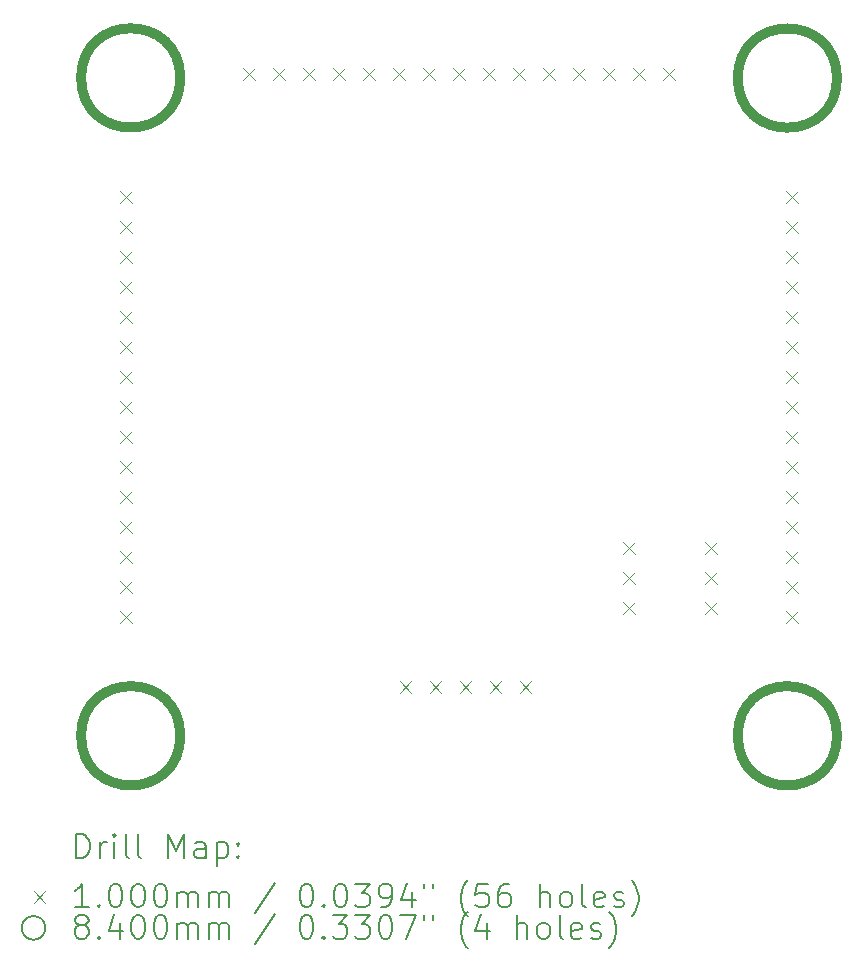
<source format=gbr>
%TF.GenerationSoftware,KiCad,Pcbnew,7.0.7*%
%TF.CreationDate,2024-04-01T01:41:47+05:30*%
%TF.ProjectId,Telemetry_Stack,54656c65-6d65-4747-9279-5f537461636b,rev?*%
%TF.SameCoordinates,Original*%
%TF.FileFunction,Drillmap*%
%TF.FilePolarity,Positive*%
%FSLAX45Y45*%
G04 Gerber Fmt 4.5, Leading zero omitted, Abs format (unit mm)*
G04 Created by KiCad (PCBNEW 7.0.7) date 2024-04-01 01:41:47*
%MOMM*%
%LPD*%
G01*
G04 APERTURE LIST*
%ADD10C,0.200000*%
%ADD11C,0.100000*%
%ADD12C,0.840000*%
G04 APERTURE END LIST*
D10*
D11*
X10839680Y-7341740D02*
X10939680Y-7441740D01*
X10939680Y-7341740D02*
X10839680Y-7441740D01*
X10839680Y-7595740D02*
X10939680Y-7695740D01*
X10939680Y-7595740D02*
X10839680Y-7695740D01*
X10839680Y-7849740D02*
X10939680Y-7949740D01*
X10939680Y-7849740D02*
X10839680Y-7949740D01*
X10839680Y-8103740D02*
X10939680Y-8203740D01*
X10939680Y-8103740D02*
X10839680Y-8203740D01*
X10839680Y-8357740D02*
X10939680Y-8457740D01*
X10939680Y-8357740D02*
X10839680Y-8457740D01*
X10839680Y-8611740D02*
X10939680Y-8711740D01*
X10939680Y-8611740D02*
X10839680Y-8711740D01*
X10839680Y-8865740D02*
X10939680Y-8965740D01*
X10939680Y-8865740D02*
X10839680Y-8965740D01*
X10839680Y-9119740D02*
X10939680Y-9219740D01*
X10939680Y-9119740D02*
X10839680Y-9219740D01*
X10839680Y-9373740D02*
X10939680Y-9473740D01*
X10939680Y-9373740D02*
X10839680Y-9473740D01*
X10839680Y-9627740D02*
X10939680Y-9727740D01*
X10939680Y-9627740D02*
X10839680Y-9727740D01*
X10839680Y-9881740D02*
X10939680Y-9981740D01*
X10939680Y-9881740D02*
X10839680Y-9981740D01*
X10839680Y-10135740D02*
X10939680Y-10235740D01*
X10939680Y-10135740D02*
X10839680Y-10235740D01*
X10839680Y-10389740D02*
X10939680Y-10489740D01*
X10939680Y-10389740D02*
X10839680Y-10489740D01*
X10839680Y-10643740D02*
X10939680Y-10743740D01*
X10939680Y-10643740D02*
X10839680Y-10743740D01*
X10839680Y-10897740D02*
X10939680Y-10997740D01*
X10939680Y-10897740D02*
X10839680Y-10997740D01*
X11882180Y-6303240D02*
X11982180Y-6403240D01*
X11982180Y-6303240D02*
X11882180Y-6403240D01*
X12136180Y-6303240D02*
X12236180Y-6403240D01*
X12236180Y-6303240D02*
X12136180Y-6403240D01*
X12390180Y-6303240D02*
X12490180Y-6403240D01*
X12490180Y-6303240D02*
X12390180Y-6403240D01*
X12644180Y-6303240D02*
X12744180Y-6403240D01*
X12744180Y-6303240D02*
X12644180Y-6403240D01*
X12898180Y-6303240D02*
X12998180Y-6403240D01*
X12998180Y-6303240D02*
X12898180Y-6403240D01*
X13152180Y-6303240D02*
X13252180Y-6403240D01*
X13252180Y-6303240D02*
X13152180Y-6403240D01*
X13207220Y-11488840D02*
X13307220Y-11588840D01*
X13307220Y-11488840D02*
X13207220Y-11588840D01*
X13406180Y-6303240D02*
X13506180Y-6403240D01*
X13506180Y-6303240D02*
X13406180Y-6403240D01*
X13461220Y-11488840D02*
X13561220Y-11588840D01*
X13561220Y-11488840D02*
X13461220Y-11588840D01*
X13660180Y-6303240D02*
X13760180Y-6403240D01*
X13760180Y-6303240D02*
X13660180Y-6403240D01*
X13715220Y-11488840D02*
X13815220Y-11588840D01*
X13815220Y-11488840D02*
X13715220Y-11588840D01*
X13914180Y-6303240D02*
X14014180Y-6403240D01*
X14014180Y-6303240D02*
X13914180Y-6403240D01*
X13969220Y-11488840D02*
X14069220Y-11588840D01*
X14069220Y-11488840D02*
X13969220Y-11588840D01*
X14168180Y-6303240D02*
X14268180Y-6403240D01*
X14268180Y-6303240D02*
X14168180Y-6403240D01*
X14223220Y-11488840D02*
X14323220Y-11588840D01*
X14323220Y-11488840D02*
X14223220Y-11588840D01*
X14422180Y-6303240D02*
X14522180Y-6403240D01*
X14522180Y-6303240D02*
X14422180Y-6403240D01*
X14676180Y-6303240D02*
X14776180Y-6403240D01*
X14776180Y-6303240D02*
X14676180Y-6403240D01*
X14930180Y-6303240D02*
X15030180Y-6403240D01*
X15030180Y-6303240D02*
X14930180Y-6403240D01*
X15098560Y-10314700D02*
X15198560Y-10414700D01*
X15198560Y-10314700D02*
X15098560Y-10414700D01*
X15098560Y-10568700D02*
X15198560Y-10668700D01*
X15198560Y-10568700D02*
X15098560Y-10668700D01*
X15098560Y-10822700D02*
X15198560Y-10922700D01*
X15198560Y-10822700D02*
X15098560Y-10922700D01*
X15184180Y-6303240D02*
X15284180Y-6403240D01*
X15284180Y-6303240D02*
X15184180Y-6403240D01*
X15438180Y-6303240D02*
X15538180Y-6403240D01*
X15538180Y-6303240D02*
X15438180Y-6403240D01*
X15791980Y-10315740D02*
X15891980Y-10415740D01*
X15891980Y-10315740D02*
X15791980Y-10415740D01*
X15791980Y-10569740D02*
X15891980Y-10669740D01*
X15891980Y-10569740D02*
X15791980Y-10669740D01*
X15791980Y-10823740D02*
X15891980Y-10923740D01*
X15891980Y-10823740D02*
X15791980Y-10923740D01*
X16479680Y-7344740D02*
X16579680Y-7444740D01*
X16579680Y-7344740D02*
X16479680Y-7444740D01*
X16479680Y-7598740D02*
X16579680Y-7698740D01*
X16579680Y-7598740D02*
X16479680Y-7698740D01*
X16479680Y-7852740D02*
X16579680Y-7952740D01*
X16579680Y-7852740D02*
X16479680Y-7952740D01*
X16479680Y-8106740D02*
X16579680Y-8206740D01*
X16579680Y-8106740D02*
X16479680Y-8206740D01*
X16479680Y-8360740D02*
X16579680Y-8460740D01*
X16579680Y-8360740D02*
X16479680Y-8460740D01*
X16479680Y-8614740D02*
X16579680Y-8714740D01*
X16579680Y-8614740D02*
X16479680Y-8714740D01*
X16479680Y-8868740D02*
X16579680Y-8968740D01*
X16579680Y-8868740D02*
X16479680Y-8968740D01*
X16479680Y-9122740D02*
X16579680Y-9222740D01*
X16579680Y-9122740D02*
X16479680Y-9222740D01*
X16479680Y-9376740D02*
X16579680Y-9476740D01*
X16579680Y-9376740D02*
X16479680Y-9476740D01*
X16479680Y-9630740D02*
X16579680Y-9730740D01*
X16579680Y-9630740D02*
X16479680Y-9730740D01*
X16479680Y-9884740D02*
X16579680Y-9984740D01*
X16579680Y-9884740D02*
X16479680Y-9984740D01*
X16479680Y-10138740D02*
X16579680Y-10238740D01*
X16579680Y-10138740D02*
X16479680Y-10238740D01*
X16479680Y-10392740D02*
X16579680Y-10492740D01*
X16579680Y-10392740D02*
X16479680Y-10492740D01*
X16479680Y-10646740D02*
X16579680Y-10746740D01*
X16579680Y-10646740D02*
X16479680Y-10746740D01*
X16479680Y-10900740D02*
X16579680Y-11000740D01*
X16579680Y-10900740D02*
X16479680Y-11000740D01*
D12*
X11349680Y-6383240D02*
G75*
G03*
X11349680Y-6383240I-420000J0D01*
G01*
X11349680Y-11953240D02*
G75*
G03*
X11349680Y-11953240I-420000J0D01*
G01*
X16909680Y-6384740D02*
G75*
G03*
X16909680Y-6384740I-420000J0D01*
G01*
X16909680Y-11953240D02*
G75*
G03*
X16909680Y-11953240I-420000J0D01*
G01*
D10*
X10467957Y-12987224D02*
X10467957Y-12787224D01*
X10467957Y-12787224D02*
X10515576Y-12787224D01*
X10515576Y-12787224D02*
X10544147Y-12796748D01*
X10544147Y-12796748D02*
X10563195Y-12815795D01*
X10563195Y-12815795D02*
X10572719Y-12834843D01*
X10572719Y-12834843D02*
X10582243Y-12872938D01*
X10582243Y-12872938D02*
X10582243Y-12901509D01*
X10582243Y-12901509D02*
X10572719Y-12939605D01*
X10572719Y-12939605D02*
X10563195Y-12958652D01*
X10563195Y-12958652D02*
X10544147Y-12977700D01*
X10544147Y-12977700D02*
X10515576Y-12987224D01*
X10515576Y-12987224D02*
X10467957Y-12987224D01*
X10667957Y-12987224D02*
X10667957Y-12853890D01*
X10667957Y-12891986D02*
X10677481Y-12872938D01*
X10677481Y-12872938D02*
X10687004Y-12863414D01*
X10687004Y-12863414D02*
X10706052Y-12853890D01*
X10706052Y-12853890D02*
X10725100Y-12853890D01*
X10791766Y-12987224D02*
X10791766Y-12853890D01*
X10791766Y-12787224D02*
X10782243Y-12796748D01*
X10782243Y-12796748D02*
X10791766Y-12806271D01*
X10791766Y-12806271D02*
X10801290Y-12796748D01*
X10801290Y-12796748D02*
X10791766Y-12787224D01*
X10791766Y-12787224D02*
X10791766Y-12806271D01*
X10915576Y-12987224D02*
X10896528Y-12977700D01*
X10896528Y-12977700D02*
X10887004Y-12958652D01*
X10887004Y-12958652D02*
X10887004Y-12787224D01*
X11020338Y-12987224D02*
X11001290Y-12977700D01*
X11001290Y-12977700D02*
X10991766Y-12958652D01*
X10991766Y-12958652D02*
X10991766Y-12787224D01*
X11248909Y-12987224D02*
X11248909Y-12787224D01*
X11248909Y-12787224D02*
X11315576Y-12930081D01*
X11315576Y-12930081D02*
X11382242Y-12787224D01*
X11382242Y-12787224D02*
X11382242Y-12987224D01*
X11563195Y-12987224D02*
X11563195Y-12882462D01*
X11563195Y-12882462D02*
X11553671Y-12863414D01*
X11553671Y-12863414D02*
X11534623Y-12853890D01*
X11534623Y-12853890D02*
X11496528Y-12853890D01*
X11496528Y-12853890D02*
X11477481Y-12863414D01*
X11563195Y-12977700D02*
X11544147Y-12987224D01*
X11544147Y-12987224D02*
X11496528Y-12987224D01*
X11496528Y-12987224D02*
X11477481Y-12977700D01*
X11477481Y-12977700D02*
X11467957Y-12958652D01*
X11467957Y-12958652D02*
X11467957Y-12939605D01*
X11467957Y-12939605D02*
X11477481Y-12920557D01*
X11477481Y-12920557D02*
X11496528Y-12911033D01*
X11496528Y-12911033D02*
X11544147Y-12911033D01*
X11544147Y-12911033D02*
X11563195Y-12901509D01*
X11658433Y-12853890D02*
X11658433Y-13053890D01*
X11658433Y-12863414D02*
X11677481Y-12853890D01*
X11677481Y-12853890D02*
X11715576Y-12853890D01*
X11715576Y-12853890D02*
X11734623Y-12863414D01*
X11734623Y-12863414D02*
X11744147Y-12872938D01*
X11744147Y-12872938D02*
X11753671Y-12891986D01*
X11753671Y-12891986D02*
X11753671Y-12949128D01*
X11753671Y-12949128D02*
X11744147Y-12968176D01*
X11744147Y-12968176D02*
X11734623Y-12977700D01*
X11734623Y-12977700D02*
X11715576Y-12987224D01*
X11715576Y-12987224D02*
X11677481Y-12987224D01*
X11677481Y-12987224D02*
X11658433Y-12977700D01*
X11839385Y-12968176D02*
X11848909Y-12977700D01*
X11848909Y-12977700D02*
X11839385Y-12987224D01*
X11839385Y-12987224D02*
X11829862Y-12977700D01*
X11829862Y-12977700D02*
X11839385Y-12968176D01*
X11839385Y-12968176D02*
X11839385Y-12987224D01*
X11839385Y-12863414D02*
X11848909Y-12872938D01*
X11848909Y-12872938D02*
X11839385Y-12882462D01*
X11839385Y-12882462D02*
X11829862Y-12872938D01*
X11829862Y-12872938D02*
X11839385Y-12863414D01*
X11839385Y-12863414D02*
X11839385Y-12882462D01*
D11*
X10107180Y-13265740D02*
X10207180Y-13365740D01*
X10207180Y-13265740D02*
X10107180Y-13365740D01*
D10*
X10572719Y-13407224D02*
X10458433Y-13407224D01*
X10515576Y-13407224D02*
X10515576Y-13207224D01*
X10515576Y-13207224D02*
X10496528Y-13235795D01*
X10496528Y-13235795D02*
X10477481Y-13254843D01*
X10477481Y-13254843D02*
X10458433Y-13264367D01*
X10658433Y-13388176D02*
X10667957Y-13397700D01*
X10667957Y-13397700D02*
X10658433Y-13407224D01*
X10658433Y-13407224D02*
X10648909Y-13397700D01*
X10648909Y-13397700D02*
X10658433Y-13388176D01*
X10658433Y-13388176D02*
X10658433Y-13407224D01*
X10791766Y-13207224D02*
X10810814Y-13207224D01*
X10810814Y-13207224D02*
X10829862Y-13216748D01*
X10829862Y-13216748D02*
X10839385Y-13226271D01*
X10839385Y-13226271D02*
X10848909Y-13245319D01*
X10848909Y-13245319D02*
X10858433Y-13283414D01*
X10858433Y-13283414D02*
X10858433Y-13331033D01*
X10858433Y-13331033D02*
X10848909Y-13369128D01*
X10848909Y-13369128D02*
X10839385Y-13388176D01*
X10839385Y-13388176D02*
X10829862Y-13397700D01*
X10829862Y-13397700D02*
X10810814Y-13407224D01*
X10810814Y-13407224D02*
X10791766Y-13407224D01*
X10791766Y-13407224D02*
X10772719Y-13397700D01*
X10772719Y-13397700D02*
X10763195Y-13388176D01*
X10763195Y-13388176D02*
X10753671Y-13369128D01*
X10753671Y-13369128D02*
X10744147Y-13331033D01*
X10744147Y-13331033D02*
X10744147Y-13283414D01*
X10744147Y-13283414D02*
X10753671Y-13245319D01*
X10753671Y-13245319D02*
X10763195Y-13226271D01*
X10763195Y-13226271D02*
X10772719Y-13216748D01*
X10772719Y-13216748D02*
X10791766Y-13207224D01*
X10982243Y-13207224D02*
X11001290Y-13207224D01*
X11001290Y-13207224D02*
X11020338Y-13216748D01*
X11020338Y-13216748D02*
X11029862Y-13226271D01*
X11029862Y-13226271D02*
X11039385Y-13245319D01*
X11039385Y-13245319D02*
X11048909Y-13283414D01*
X11048909Y-13283414D02*
X11048909Y-13331033D01*
X11048909Y-13331033D02*
X11039385Y-13369128D01*
X11039385Y-13369128D02*
X11029862Y-13388176D01*
X11029862Y-13388176D02*
X11020338Y-13397700D01*
X11020338Y-13397700D02*
X11001290Y-13407224D01*
X11001290Y-13407224D02*
X10982243Y-13407224D01*
X10982243Y-13407224D02*
X10963195Y-13397700D01*
X10963195Y-13397700D02*
X10953671Y-13388176D01*
X10953671Y-13388176D02*
X10944147Y-13369128D01*
X10944147Y-13369128D02*
X10934624Y-13331033D01*
X10934624Y-13331033D02*
X10934624Y-13283414D01*
X10934624Y-13283414D02*
X10944147Y-13245319D01*
X10944147Y-13245319D02*
X10953671Y-13226271D01*
X10953671Y-13226271D02*
X10963195Y-13216748D01*
X10963195Y-13216748D02*
X10982243Y-13207224D01*
X11172719Y-13207224D02*
X11191766Y-13207224D01*
X11191766Y-13207224D02*
X11210814Y-13216748D01*
X11210814Y-13216748D02*
X11220338Y-13226271D01*
X11220338Y-13226271D02*
X11229862Y-13245319D01*
X11229862Y-13245319D02*
X11239385Y-13283414D01*
X11239385Y-13283414D02*
X11239385Y-13331033D01*
X11239385Y-13331033D02*
X11229862Y-13369128D01*
X11229862Y-13369128D02*
X11220338Y-13388176D01*
X11220338Y-13388176D02*
X11210814Y-13397700D01*
X11210814Y-13397700D02*
X11191766Y-13407224D01*
X11191766Y-13407224D02*
X11172719Y-13407224D01*
X11172719Y-13407224D02*
X11153671Y-13397700D01*
X11153671Y-13397700D02*
X11144147Y-13388176D01*
X11144147Y-13388176D02*
X11134624Y-13369128D01*
X11134624Y-13369128D02*
X11125100Y-13331033D01*
X11125100Y-13331033D02*
X11125100Y-13283414D01*
X11125100Y-13283414D02*
X11134624Y-13245319D01*
X11134624Y-13245319D02*
X11144147Y-13226271D01*
X11144147Y-13226271D02*
X11153671Y-13216748D01*
X11153671Y-13216748D02*
X11172719Y-13207224D01*
X11325100Y-13407224D02*
X11325100Y-13273890D01*
X11325100Y-13292938D02*
X11334623Y-13283414D01*
X11334623Y-13283414D02*
X11353671Y-13273890D01*
X11353671Y-13273890D02*
X11382243Y-13273890D01*
X11382243Y-13273890D02*
X11401290Y-13283414D01*
X11401290Y-13283414D02*
X11410814Y-13302462D01*
X11410814Y-13302462D02*
X11410814Y-13407224D01*
X11410814Y-13302462D02*
X11420338Y-13283414D01*
X11420338Y-13283414D02*
X11439385Y-13273890D01*
X11439385Y-13273890D02*
X11467957Y-13273890D01*
X11467957Y-13273890D02*
X11487004Y-13283414D01*
X11487004Y-13283414D02*
X11496528Y-13302462D01*
X11496528Y-13302462D02*
X11496528Y-13407224D01*
X11591766Y-13407224D02*
X11591766Y-13273890D01*
X11591766Y-13292938D02*
X11601290Y-13283414D01*
X11601290Y-13283414D02*
X11620338Y-13273890D01*
X11620338Y-13273890D02*
X11648909Y-13273890D01*
X11648909Y-13273890D02*
X11667957Y-13283414D01*
X11667957Y-13283414D02*
X11677481Y-13302462D01*
X11677481Y-13302462D02*
X11677481Y-13407224D01*
X11677481Y-13302462D02*
X11687004Y-13283414D01*
X11687004Y-13283414D02*
X11706052Y-13273890D01*
X11706052Y-13273890D02*
X11734623Y-13273890D01*
X11734623Y-13273890D02*
X11753671Y-13283414D01*
X11753671Y-13283414D02*
X11763195Y-13302462D01*
X11763195Y-13302462D02*
X11763195Y-13407224D01*
X12153671Y-13197700D02*
X11982243Y-13454843D01*
X12410814Y-13207224D02*
X12429862Y-13207224D01*
X12429862Y-13207224D02*
X12448909Y-13216748D01*
X12448909Y-13216748D02*
X12458433Y-13226271D01*
X12458433Y-13226271D02*
X12467957Y-13245319D01*
X12467957Y-13245319D02*
X12477481Y-13283414D01*
X12477481Y-13283414D02*
X12477481Y-13331033D01*
X12477481Y-13331033D02*
X12467957Y-13369128D01*
X12467957Y-13369128D02*
X12458433Y-13388176D01*
X12458433Y-13388176D02*
X12448909Y-13397700D01*
X12448909Y-13397700D02*
X12429862Y-13407224D01*
X12429862Y-13407224D02*
X12410814Y-13407224D01*
X12410814Y-13407224D02*
X12391766Y-13397700D01*
X12391766Y-13397700D02*
X12382243Y-13388176D01*
X12382243Y-13388176D02*
X12372719Y-13369128D01*
X12372719Y-13369128D02*
X12363195Y-13331033D01*
X12363195Y-13331033D02*
X12363195Y-13283414D01*
X12363195Y-13283414D02*
X12372719Y-13245319D01*
X12372719Y-13245319D02*
X12382243Y-13226271D01*
X12382243Y-13226271D02*
X12391766Y-13216748D01*
X12391766Y-13216748D02*
X12410814Y-13207224D01*
X12563195Y-13388176D02*
X12572719Y-13397700D01*
X12572719Y-13397700D02*
X12563195Y-13407224D01*
X12563195Y-13407224D02*
X12553671Y-13397700D01*
X12553671Y-13397700D02*
X12563195Y-13388176D01*
X12563195Y-13388176D02*
X12563195Y-13407224D01*
X12696528Y-13207224D02*
X12715576Y-13207224D01*
X12715576Y-13207224D02*
X12734624Y-13216748D01*
X12734624Y-13216748D02*
X12744147Y-13226271D01*
X12744147Y-13226271D02*
X12753671Y-13245319D01*
X12753671Y-13245319D02*
X12763195Y-13283414D01*
X12763195Y-13283414D02*
X12763195Y-13331033D01*
X12763195Y-13331033D02*
X12753671Y-13369128D01*
X12753671Y-13369128D02*
X12744147Y-13388176D01*
X12744147Y-13388176D02*
X12734624Y-13397700D01*
X12734624Y-13397700D02*
X12715576Y-13407224D01*
X12715576Y-13407224D02*
X12696528Y-13407224D01*
X12696528Y-13407224D02*
X12677481Y-13397700D01*
X12677481Y-13397700D02*
X12667957Y-13388176D01*
X12667957Y-13388176D02*
X12658433Y-13369128D01*
X12658433Y-13369128D02*
X12648909Y-13331033D01*
X12648909Y-13331033D02*
X12648909Y-13283414D01*
X12648909Y-13283414D02*
X12658433Y-13245319D01*
X12658433Y-13245319D02*
X12667957Y-13226271D01*
X12667957Y-13226271D02*
X12677481Y-13216748D01*
X12677481Y-13216748D02*
X12696528Y-13207224D01*
X12829862Y-13207224D02*
X12953671Y-13207224D01*
X12953671Y-13207224D02*
X12887005Y-13283414D01*
X12887005Y-13283414D02*
X12915576Y-13283414D01*
X12915576Y-13283414D02*
X12934624Y-13292938D01*
X12934624Y-13292938D02*
X12944147Y-13302462D01*
X12944147Y-13302462D02*
X12953671Y-13321509D01*
X12953671Y-13321509D02*
X12953671Y-13369128D01*
X12953671Y-13369128D02*
X12944147Y-13388176D01*
X12944147Y-13388176D02*
X12934624Y-13397700D01*
X12934624Y-13397700D02*
X12915576Y-13407224D01*
X12915576Y-13407224D02*
X12858433Y-13407224D01*
X12858433Y-13407224D02*
X12839386Y-13397700D01*
X12839386Y-13397700D02*
X12829862Y-13388176D01*
X13048909Y-13407224D02*
X13087005Y-13407224D01*
X13087005Y-13407224D02*
X13106052Y-13397700D01*
X13106052Y-13397700D02*
X13115576Y-13388176D01*
X13115576Y-13388176D02*
X13134624Y-13359605D01*
X13134624Y-13359605D02*
X13144147Y-13321509D01*
X13144147Y-13321509D02*
X13144147Y-13245319D01*
X13144147Y-13245319D02*
X13134624Y-13226271D01*
X13134624Y-13226271D02*
X13125100Y-13216748D01*
X13125100Y-13216748D02*
X13106052Y-13207224D01*
X13106052Y-13207224D02*
X13067957Y-13207224D01*
X13067957Y-13207224D02*
X13048909Y-13216748D01*
X13048909Y-13216748D02*
X13039386Y-13226271D01*
X13039386Y-13226271D02*
X13029862Y-13245319D01*
X13029862Y-13245319D02*
X13029862Y-13292938D01*
X13029862Y-13292938D02*
X13039386Y-13311986D01*
X13039386Y-13311986D02*
X13048909Y-13321509D01*
X13048909Y-13321509D02*
X13067957Y-13331033D01*
X13067957Y-13331033D02*
X13106052Y-13331033D01*
X13106052Y-13331033D02*
X13125100Y-13321509D01*
X13125100Y-13321509D02*
X13134624Y-13311986D01*
X13134624Y-13311986D02*
X13144147Y-13292938D01*
X13315576Y-13273890D02*
X13315576Y-13407224D01*
X13267957Y-13197700D02*
X13220338Y-13340557D01*
X13220338Y-13340557D02*
X13344147Y-13340557D01*
X13410814Y-13207224D02*
X13410814Y-13245319D01*
X13487005Y-13207224D02*
X13487005Y-13245319D01*
X13782243Y-13483414D02*
X13772719Y-13473890D01*
X13772719Y-13473890D02*
X13753671Y-13445319D01*
X13753671Y-13445319D02*
X13744148Y-13426271D01*
X13744148Y-13426271D02*
X13734624Y-13397700D01*
X13734624Y-13397700D02*
X13725100Y-13350081D01*
X13725100Y-13350081D02*
X13725100Y-13311986D01*
X13725100Y-13311986D02*
X13734624Y-13264367D01*
X13734624Y-13264367D02*
X13744148Y-13235795D01*
X13744148Y-13235795D02*
X13753671Y-13216748D01*
X13753671Y-13216748D02*
X13772719Y-13188176D01*
X13772719Y-13188176D02*
X13782243Y-13178652D01*
X13953671Y-13207224D02*
X13858433Y-13207224D01*
X13858433Y-13207224D02*
X13848909Y-13302462D01*
X13848909Y-13302462D02*
X13858433Y-13292938D01*
X13858433Y-13292938D02*
X13877481Y-13283414D01*
X13877481Y-13283414D02*
X13925100Y-13283414D01*
X13925100Y-13283414D02*
X13944148Y-13292938D01*
X13944148Y-13292938D02*
X13953671Y-13302462D01*
X13953671Y-13302462D02*
X13963195Y-13321509D01*
X13963195Y-13321509D02*
X13963195Y-13369128D01*
X13963195Y-13369128D02*
X13953671Y-13388176D01*
X13953671Y-13388176D02*
X13944148Y-13397700D01*
X13944148Y-13397700D02*
X13925100Y-13407224D01*
X13925100Y-13407224D02*
X13877481Y-13407224D01*
X13877481Y-13407224D02*
X13858433Y-13397700D01*
X13858433Y-13397700D02*
X13848909Y-13388176D01*
X14134624Y-13207224D02*
X14096528Y-13207224D01*
X14096528Y-13207224D02*
X14077481Y-13216748D01*
X14077481Y-13216748D02*
X14067957Y-13226271D01*
X14067957Y-13226271D02*
X14048909Y-13254843D01*
X14048909Y-13254843D02*
X14039386Y-13292938D01*
X14039386Y-13292938D02*
X14039386Y-13369128D01*
X14039386Y-13369128D02*
X14048909Y-13388176D01*
X14048909Y-13388176D02*
X14058433Y-13397700D01*
X14058433Y-13397700D02*
X14077481Y-13407224D01*
X14077481Y-13407224D02*
X14115576Y-13407224D01*
X14115576Y-13407224D02*
X14134624Y-13397700D01*
X14134624Y-13397700D02*
X14144148Y-13388176D01*
X14144148Y-13388176D02*
X14153671Y-13369128D01*
X14153671Y-13369128D02*
X14153671Y-13321509D01*
X14153671Y-13321509D02*
X14144148Y-13302462D01*
X14144148Y-13302462D02*
X14134624Y-13292938D01*
X14134624Y-13292938D02*
X14115576Y-13283414D01*
X14115576Y-13283414D02*
X14077481Y-13283414D01*
X14077481Y-13283414D02*
X14058433Y-13292938D01*
X14058433Y-13292938D02*
X14048909Y-13302462D01*
X14048909Y-13302462D02*
X14039386Y-13321509D01*
X14391767Y-13407224D02*
X14391767Y-13207224D01*
X14477481Y-13407224D02*
X14477481Y-13302462D01*
X14477481Y-13302462D02*
X14467957Y-13283414D01*
X14467957Y-13283414D02*
X14448910Y-13273890D01*
X14448910Y-13273890D02*
X14420338Y-13273890D01*
X14420338Y-13273890D02*
X14401290Y-13283414D01*
X14401290Y-13283414D02*
X14391767Y-13292938D01*
X14601290Y-13407224D02*
X14582243Y-13397700D01*
X14582243Y-13397700D02*
X14572719Y-13388176D01*
X14572719Y-13388176D02*
X14563195Y-13369128D01*
X14563195Y-13369128D02*
X14563195Y-13311986D01*
X14563195Y-13311986D02*
X14572719Y-13292938D01*
X14572719Y-13292938D02*
X14582243Y-13283414D01*
X14582243Y-13283414D02*
X14601290Y-13273890D01*
X14601290Y-13273890D02*
X14629862Y-13273890D01*
X14629862Y-13273890D02*
X14648910Y-13283414D01*
X14648910Y-13283414D02*
X14658433Y-13292938D01*
X14658433Y-13292938D02*
X14667957Y-13311986D01*
X14667957Y-13311986D02*
X14667957Y-13369128D01*
X14667957Y-13369128D02*
X14658433Y-13388176D01*
X14658433Y-13388176D02*
X14648910Y-13397700D01*
X14648910Y-13397700D02*
X14629862Y-13407224D01*
X14629862Y-13407224D02*
X14601290Y-13407224D01*
X14782243Y-13407224D02*
X14763195Y-13397700D01*
X14763195Y-13397700D02*
X14753671Y-13378652D01*
X14753671Y-13378652D02*
X14753671Y-13207224D01*
X14934624Y-13397700D02*
X14915576Y-13407224D01*
X14915576Y-13407224D02*
X14877481Y-13407224D01*
X14877481Y-13407224D02*
X14858433Y-13397700D01*
X14858433Y-13397700D02*
X14848910Y-13378652D01*
X14848910Y-13378652D02*
X14848910Y-13302462D01*
X14848910Y-13302462D02*
X14858433Y-13283414D01*
X14858433Y-13283414D02*
X14877481Y-13273890D01*
X14877481Y-13273890D02*
X14915576Y-13273890D01*
X14915576Y-13273890D02*
X14934624Y-13283414D01*
X14934624Y-13283414D02*
X14944148Y-13302462D01*
X14944148Y-13302462D02*
X14944148Y-13321509D01*
X14944148Y-13321509D02*
X14848910Y-13340557D01*
X15020338Y-13397700D02*
X15039386Y-13407224D01*
X15039386Y-13407224D02*
X15077481Y-13407224D01*
X15077481Y-13407224D02*
X15096529Y-13397700D01*
X15096529Y-13397700D02*
X15106052Y-13378652D01*
X15106052Y-13378652D02*
X15106052Y-13369128D01*
X15106052Y-13369128D02*
X15096529Y-13350081D01*
X15096529Y-13350081D02*
X15077481Y-13340557D01*
X15077481Y-13340557D02*
X15048910Y-13340557D01*
X15048910Y-13340557D02*
X15029862Y-13331033D01*
X15029862Y-13331033D02*
X15020338Y-13311986D01*
X15020338Y-13311986D02*
X15020338Y-13302462D01*
X15020338Y-13302462D02*
X15029862Y-13283414D01*
X15029862Y-13283414D02*
X15048910Y-13273890D01*
X15048910Y-13273890D02*
X15077481Y-13273890D01*
X15077481Y-13273890D02*
X15096529Y-13283414D01*
X15172719Y-13483414D02*
X15182243Y-13473890D01*
X15182243Y-13473890D02*
X15201291Y-13445319D01*
X15201291Y-13445319D02*
X15210814Y-13426271D01*
X15210814Y-13426271D02*
X15220338Y-13397700D01*
X15220338Y-13397700D02*
X15229862Y-13350081D01*
X15229862Y-13350081D02*
X15229862Y-13311986D01*
X15229862Y-13311986D02*
X15220338Y-13264367D01*
X15220338Y-13264367D02*
X15210814Y-13235795D01*
X15210814Y-13235795D02*
X15201291Y-13216748D01*
X15201291Y-13216748D02*
X15182243Y-13188176D01*
X15182243Y-13188176D02*
X15172719Y-13178652D01*
X10207180Y-13579740D02*
G75*
G03*
X10207180Y-13579740I-100000J0D01*
G01*
X10496528Y-13556938D02*
X10477481Y-13547414D01*
X10477481Y-13547414D02*
X10467957Y-13537890D01*
X10467957Y-13537890D02*
X10458433Y-13518843D01*
X10458433Y-13518843D02*
X10458433Y-13509319D01*
X10458433Y-13509319D02*
X10467957Y-13490271D01*
X10467957Y-13490271D02*
X10477481Y-13480748D01*
X10477481Y-13480748D02*
X10496528Y-13471224D01*
X10496528Y-13471224D02*
X10534624Y-13471224D01*
X10534624Y-13471224D02*
X10553671Y-13480748D01*
X10553671Y-13480748D02*
X10563195Y-13490271D01*
X10563195Y-13490271D02*
X10572719Y-13509319D01*
X10572719Y-13509319D02*
X10572719Y-13518843D01*
X10572719Y-13518843D02*
X10563195Y-13537890D01*
X10563195Y-13537890D02*
X10553671Y-13547414D01*
X10553671Y-13547414D02*
X10534624Y-13556938D01*
X10534624Y-13556938D02*
X10496528Y-13556938D01*
X10496528Y-13556938D02*
X10477481Y-13566462D01*
X10477481Y-13566462D02*
X10467957Y-13575986D01*
X10467957Y-13575986D02*
X10458433Y-13595033D01*
X10458433Y-13595033D02*
X10458433Y-13633128D01*
X10458433Y-13633128D02*
X10467957Y-13652176D01*
X10467957Y-13652176D02*
X10477481Y-13661700D01*
X10477481Y-13661700D02*
X10496528Y-13671224D01*
X10496528Y-13671224D02*
X10534624Y-13671224D01*
X10534624Y-13671224D02*
X10553671Y-13661700D01*
X10553671Y-13661700D02*
X10563195Y-13652176D01*
X10563195Y-13652176D02*
X10572719Y-13633128D01*
X10572719Y-13633128D02*
X10572719Y-13595033D01*
X10572719Y-13595033D02*
X10563195Y-13575986D01*
X10563195Y-13575986D02*
X10553671Y-13566462D01*
X10553671Y-13566462D02*
X10534624Y-13556938D01*
X10658433Y-13652176D02*
X10667957Y-13661700D01*
X10667957Y-13661700D02*
X10658433Y-13671224D01*
X10658433Y-13671224D02*
X10648909Y-13661700D01*
X10648909Y-13661700D02*
X10658433Y-13652176D01*
X10658433Y-13652176D02*
X10658433Y-13671224D01*
X10839385Y-13537890D02*
X10839385Y-13671224D01*
X10791766Y-13461700D02*
X10744147Y-13604557D01*
X10744147Y-13604557D02*
X10867957Y-13604557D01*
X10982243Y-13471224D02*
X11001290Y-13471224D01*
X11001290Y-13471224D02*
X11020338Y-13480748D01*
X11020338Y-13480748D02*
X11029862Y-13490271D01*
X11029862Y-13490271D02*
X11039385Y-13509319D01*
X11039385Y-13509319D02*
X11048909Y-13547414D01*
X11048909Y-13547414D02*
X11048909Y-13595033D01*
X11048909Y-13595033D02*
X11039385Y-13633128D01*
X11039385Y-13633128D02*
X11029862Y-13652176D01*
X11029862Y-13652176D02*
X11020338Y-13661700D01*
X11020338Y-13661700D02*
X11001290Y-13671224D01*
X11001290Y-13671224D02*
X10982243Y-13671224D01*
X10982243Y-13671224D02*
X10963195Y-13661700D01*
X10963195Y-13661700D02*
X10953671Y-13652176D01*
X10953671Y-13652176D02*
X10944147Y-13633128D01*
X10944147Y-13633128D02*
X10934624Y-13595033D01*
X10934624Y-13595033D02*
X10934624Y-13547414D01*
X10934624Y-13547414D02*
X10944147Y-13509319D01*
X10944147Y-13509319D02*
X10953671Y-13490271D01*
X10953671Y-13490271D02*
X10963195Y-13480748D01*
X10963195Y-13480748D02*
X10982243Y-13471224D01*
X11172719Y-13471224D02*
X11191766Y-13471224D01*
X11191766Y-13471224D02*
X11210814Y-13480748D01*
X11210814Y-13480748D02*
X11220338Y-13490271D01*
X11220338Y-13490271D02*
X11229862Y-13509319D01*
X11229862Y-13509319D02*
X11239385Y-13547414D01*
X11239385Y-13547414D02*
X11239385Y-13595033D01*
X11239385Y-13595033D02*
X11229862Y-13633128D01*
X11229862Y-13633128D02*
X11220338Y-13652176D01*
X11220338Y-13652176D02*
X11210814Y-13661700D01*
X11210814Y-13661700D02*
X11191766Y-13671224D01*
X11191766Y-13671224D02*
X11172719Y-13671224D01*
X11172719Y-13671224D02*
X11153671Y-13661700D01*
X11153671Y-13661700D02*
X11144147Y-13652176D01*
X11144147Y-13652176D02*
X11134624Y-13633128D01*
X11134624Y-13633128D02*
X11125100Y-13595033D01*
X11125100Y-13595033D02*
X11125100Y-13547414D01*
X11125100Y-13547414D02*
X11134624Y-13509319D01*
X11134624Y-13509319D02*
X11144147Y-13490271D01*
X11144147Y-13490271D02*
X11153671Y-13480748D01*
X11153671Y-13480748D02*
X11172719Y-13471224D01*
X11325100Y-13671224D02*
X11325100Y-13537890D01*
X11325100Y-13556938D02*
X11334623Y-13547414D01*
X11334623Y-13547414D02*
X11353671Y-13537890D01*
X11353671Y-13537890D02*
X11382243Y-13537890D01*
X11382243Y-13537890D02*
X11401290Y-13547414D01*
X11401290Y-13547414D02*
X11410814Y-13566462D01*
X11410814Y-13566462D02*
X11410814Y-13671224D01*
X11410814Y-13566462D02*
X11420338Y-13547414D01*
X11420338Y-13547414D02*
X11439385Y-13537890D01*
X11439385Y-13537890D02*
X11467957Y-13537890D01*
X11467957Y-13537890D02*
X11487004Y-13547414D01*
X11487004Y-13547414D02*
X11496528Y-13566462D01*
X11496528Y-13566462D02*
X11496528Y-13671224D01*
X11591766Y-13671224D02*
X11591766Y-13537890D01*
X11591766Y-13556938D02*
X11601290Y-13547414D01*
X11601290Y-13547414D02*
X11620338Y-13537890D01*
X11620338Y-13537890D02*
X11648909Y-13537890D01*
X11648909Y-13537890D02*
X11667957Y-13547414D01*
X11667957Y-13547414D02*
X11677481Y-13566462D01*
X11677481Y-13566462D02*
X11677481Y-13671224D01*
X11677481Y-13566462D02*
X11687004Y-13547414D01*
X11687004Y-13547414D02*
X11706052Y-13537890D01*
X11706052Y-13537890D02*
X11734623Y-13537890D01*
X11734623Y-13537890D02*
X11753671Y-13547414D01*
X11753671Y-13547414D02*
X11763195Y-13566462D01*
X11763195Y-13566462D02*
X11763195Y-13671224D01*
X12153671Y-13461700D02*
X11982243Y-13718843D01*
X12410814Y-13471224D02*
X12429862Y-13471224D01*
X12429862Y-13471224D02*
X12448909Y-13480748D01*
X12448909Y-13480748D02*
X12458433Y-13490271D01*
X12458433Y-13490271D02*
X12467957Y-13509319D01*
X12467957Y-13509319D02*
X12477481Y-13547414D01*
X12477481Y-13547414D02*
X12477481Y-13595033D01*
X12477481Y-13595033D02*
X12467957Y-13633128D01*
X12467957Y-13633128D02*
X12458433Y-13652176D01*
X12458433Y-13652176D02*
X12448909Y-13661700D01*
X12448909Y-13661700D02*
X12429862Y-13671224D01*
X12429862Y-13671224D02*
X12410814Y-13671224D01*
X12410814Y-13671224D02*
X12391766Y-13661700D01*
X12391766Y-13661700D02*
X12382243Y-13652176D01*
X12382243Y-13652176D02*
X12372719Y-13633128D01*
X12372719Y-13633128D02*
X12363195Y-13595033D01*
X12363195Y-13595033D02*
X12363195Y-13547414D01*
X12363195Y-13547414D02*
X12372719Y-13509319D01*
X12372719Y-13509319D02*
X12382243Y-13490271D01*
X12382243Y-13490271D02*
X12391766Y-13480748D01*
X12391766Y-13480748D02*
X12410814Y-13471224D01*
X12563195Y-13652176D02*
X12572719Y-13661700D01*
X12572719Y-13661700D02*
X12563195Y-13671224D01*
X12563195Y-13671224D02*
X12553671Y-13661700D01*
X12553671Y-13661700D02*
X12563195Y-13652176D01*
X12563195Y-13652176D02*
X12563195Y-13671224D01*
X12639386Y-13471224D02*
X12763195Y-13471224D01*
X12763195Y-13471224D02*
X12696528Y-13547414D01*
X12696528Y-13547414D02*
X12725100Y-13547414D01*
X12725100Y-13547414D02*
X12744147Y-13556938D01*
X12744147Y-13556938D02*
X12753671Y-13566462D01*
X12753671Y-13566462D02*
X12763195Y-13585509D01*
X12763195Y-13585509D02*
X12763195Y-13633128D01*
X12763195Y-13633128D02*
X12753671Y-13652176D01*
X12753671Y-13652176D02*
X12744147Y-13661700D01*
X12744147Y-13661700D02*
X12725100Y-13671224D01*
X12725100Y-13671224D02*
X12667957Y-13671224D01*
X12667957Y-13671224D02*
X12648909Y-13661700D01*
X12648909Y-13661700D02*
X12639386Y-13652176D01*
X12829862Y-13471224D02*
X12953671Y-13471224D01*
X12953671Y-13471224D02*
X12887005Y-13547414D01*
X12887005Y-13547414D02*
X12915576Y-13547414D01*
X12915576Y-13547414D02*
X12934624Y-13556938D01*
X12934624Y-13556938D02*
X12944147Y-13566462D01*
X12944147Y-13566462D02*
X12953671Y-13585509D01*
X12953671Y-13585509D02*
X12953671Y-13633128D01*
X12953671Y-13633128D02*
X12944147Y-13652176D01*
X12944147Y-13652176D02*
X12934624Y-13661700D01*
X12934624Y-13661700D02*
X12915576Y-13671224D01*
X12915576Y-13671224D02*
X12858433Y-13671224D01*
X12858433Y-13671224D02*
X12839386Y-13661700D01*
X12839386Y-13661700D02*
X12829862Y-13652176D01*
X13077481Y-13471224D02*
X13096528Y-13471224D01*
X13096528Y-13471224D02*
X13115576Y-13480748D01*
X13115576Y-13480748D02*
X13125100Y-13490271D01*
X13125100Y-13490271D02*
X13134624Y-13509319D01*
X13134624Y-13509319D02*
X13144147Y-13547414D01*
X13144147Y-13547414D02*
X13144147Y-13595033D01*
X13144147Y-13595033D02*
X13134624Y-13633128D01*
X13134624Y-13633128D02*
X13125100Y-13652176D01*
X13125100Y-13652176D02*
X13115576Y-13661700D01*
X13115576Y-13661700D02*
X13096528Y-13671224D01*
X13096528Y-13671224D02*
X13077481Y-13671224D01*
X13077481Y-13671224D02*
X13058433Y-13661700D01*
X13058433Y-13661700D02*
X13048909Y-13652176D01*
X13048909Y-13652176D02*
X13039386Y-13633128D01*
X13039386Y-13633128D02*
X13029862Y-13595033D01*
X13029862Y-13595033D02*
X13029862Y-13547414D01*
X13029862Y-13547414D02*
X13039386Y-13509319D01*
X13039386Y-13509319D02*
X13048909Y-13490271D01*
X13048909Y-13490271D02*
X13058433Y-13480748D01*
X13058433Y-13480748D02*
X13077481Y-13471224D01*
X13210814Y-13471224D02*
X13344147Y-13471224D01*
X13344147Y-13471224D02*
X13258433Y-13671224D01*
X13410814Y-13471224D02*
X13410814Y-13509319D01*
X13487005Y-13471224D02*
X13487005Y-13509319D01*
X13782243Y-13747414D02*
X13772719Y-13737890D01*
X13772719Y-13737890D02*
X13753671Y-13709319D01*
X13753671Y-13709319D02*
X13744148Y-13690271D01*
X13744148Y-13690271D02*
X13734624Y-13661700D01*
X13734624Y-13661700D02*
X13725100Y-13614081D01*
X13725100Y-13614081D02*
X13725100Y-13575986D01*
X13725100Y-13575986D02*
X13734624Y-13528367D01*
X13734624Y-13528367D02*
X13744148Y-13499795D01*
X13744148Y-13499795D02*
X13753671Y-13480748D01*
X13753671Y-13480748D02*
X13772719Y-13452176D01*
X13772719Y-13452176D02*
X13782243Y-13442652D01*
X13944148Y-13537890D02*
X13944148Y-13671224D01*
X13896528Y-13461700D02*
X13848909Y-13604557D01*
X13848909Y-13604557D02*
X13972719Y-13604557D01*
X14201290Y-13671224D02*
X14201290Y-13471224D01*
X14287005Y-13671224D02*
X14287005Y-13566462D01*
X14287005Y-13566462D02*
X14277481Y-13547414D01*
X14277481Y-13547414D02*
X14258433Y-13537890D01*
X14258433Y-13537890D02*
X14229862Y-13537890D01*
X14229862Y-13537890D02*
X14210814Y-13547414D01*
X14210814Y-13547414D02*
X14201290Y-13556938D01*
X14410814Y-13671224D02*
X14391767Y-13661700D01*
X14391767Y-13661700D02*
X14382243Y-13652176D01*
X14382243Y-13652176D02*
X14372719Y-13633128D01*
X14372719Y-13633128D02*
X14372719Y-13575986D01*
X14372719Y-13575986D02*
X14382243Y-13556938D01*
X14382243Y-13556938D02*
X14391767Y-13547414D01*
X14391767Y-13547414D02*
X14410814Y-13537890D01*
X14410814Y-13537890D02*
X14439386Y-13537890D01*
X14439386Y-13537890D02*
X14458433Y-13547414D01*
X14458433Y-13547414D02*
X14467957Y-13556938D01*
X14467957Y-13556938D02*
X14477481Y-13575986D01*
X14477481Y-13575986D02*
X14477481Y-13633128D01*
X14477481Y-13633128D02*
X14467957Y-13652176D01*
X14467957Y-13652176D02*
X14458433Y-13661700D01*
X14458433Y-13661700D02*
X14439386Y-13671224D01*
X14439386Y-13671224D02*
X14410814Y-13671224D01*
X14591767Y-13671224D02*
X14572719Y-13661700D01*
X14572719Y-13661700D02*
X14563195Y-13642652D01*
X14563195Y-13642652D02*
X14563195Y-13471224D01*
X14744148Y-13661700D02*
X14725100Y-13671224D01*
X14725100Y-13671224D02*
X14687005Y-13671224D01*
X14687005Y-13671224D02*
X14667957Y-13661700D01*
X14667957Y-13661700D02*
X14658433Y-13642652D01*
X14658433Y-13642652D02*
X14658433Y-13566462D01*
X14658433Y-13566462D02*
X14667957Y-13547414D01*
X14667957Y-13547414D02*
X14687005Y-13537890D01*
X14687005Y-13537890D02*
X14725100Y-13537890D01*
X14725100Y-13537890D02*
X14744148Y-13547414D01*
X14744148Y-13547414D02*
X14753671Y-13566462D01*
X14753671Y-13566462D02*
X14753671Y-13585509D01*
X14753671Y-13585509D02*
X14658433Y-13604557D01*
X14829862Y-13661700D02*
X14848910Y-13671224D01*
X14848910Y-13671224D02*
X14887005Y-13671224D01*
X14887005Y-13671224D02*
X14906052Y-13661700D01*
X14906052Y-13661700D02*
X14915576Y-13642652D01*
X14915576Y-13642652D02*
X14915576Y-13633128D01*
X14915576Y-13633128D02*
X14906052Y-13614081D01*
X14906052Y-13614081D02*
X14887005Y-13604557D01*
X14887005Y-13604557D02*
X14858433Y-13604557D01*
X14858433Y-13604557D02*
X14839386Y-13595033D01*
X14839386Y-13595033D02*
X14829862Y-13575986D01*
X14829862Y-13575986D02*
X14829862Y-13566462D01*
X14829862Y-13566462D02*
X14839386Y-13547414D01*
X14839386Y-13547414D02*
X14858433Y-13537890D01*
X14858433Y-13537890D02*
X14887005Y-13537890D01*
X14887005Y-13537890D02*
X14906052Y-13547414D01*
X14982243Y-13747414D02*
X14991767Y-13737890D01*
X14991767Y-13737890D02*
X15010814Y-13709319D01*
X15010814Y-13709319D02*
X15020338Y-13690271D01*
X15020338Y-13690271D02*
X15029862Y-13661700D01*
X15029862Y-13661700D02*
X15039386Y-13614081D01*
X15039386Y-13614081D02*
X15039386Y-13575986D01*
X15039386Y-13575986D02*
X15029862Y-13528367D01*
X15029862Y-13528367D02*
X15020338Y-13499795D01*
X15020338Y-13499795D02*
X15010814Y-13480748D01*
X15010814Y-13480748D02*
X14991767Y-13452176D01*
X14991767Y-13452176D02*
X14982243Y-13442652D01*
M02*

</source>
